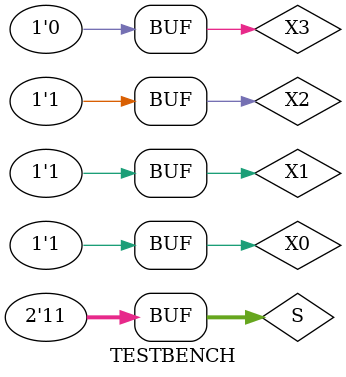
<source format=v>
`timescale 1ns / 1ps


module TESTBENCH;

	// Inputs
	reg X0;
	reg X1;
	reg X2;
	reg X3;
	reg [1:0] S;

	// Outputs
	wire Z;

	// Instantiate the Unit Under Test (UUT)
	mux4_to1 uut (
		.Z(Z), 
		.X0(X0), 
		.X1(X1), 
		.X2(X2), 
		.X3(X3), 
		.S(S)
	);

	initial begin
		// Initialize Inputs
		X0 = 0;
		X1 = 0;
		X2 = 0;
		X3 = 0;
		S = 00;

		// Wait 100 ns for global reset to finish
		#100;
		X0 = 1;
		X1 = 0;
		X2 = 1;
		X3 = 1;
		S = 01;
		
		#100;
		X0 = 0;
		X1 = 0;
		X2 = 1;
		X3 = 0;
		S = 10;
		
		#100;
		X0 = 1;
		X1 = 0;
		X2 = 1;
		X3 = 0;
		S = 10;
		
		#100;
		X0 = 1;
		X1 = 1;
		X2 = 1;
		X3 = 0;
		S = 11;
    

	end
      
endmodule


</source>
